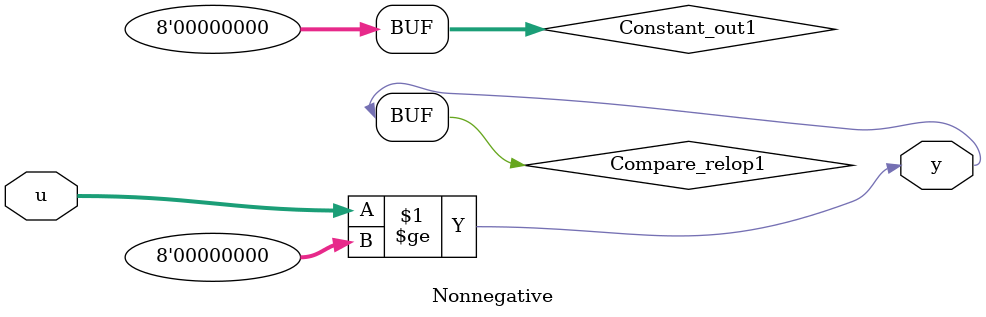
<source format=v>



`timescale 1 ns / 1 ns

module Nonnegative
          (u,
           y);


  input   [7:0] u;  // uint8
  output  y;


  wire [7:0] Constant_out1;  // uint8
  wire Compare_relop1;


  assign Constant_out1 = 8'b00000000;



  assign Compare_relop1 = u >= Constant_out1;



  assign y = Compare_relop1;

endmodule  // Nonnegative


</source>
